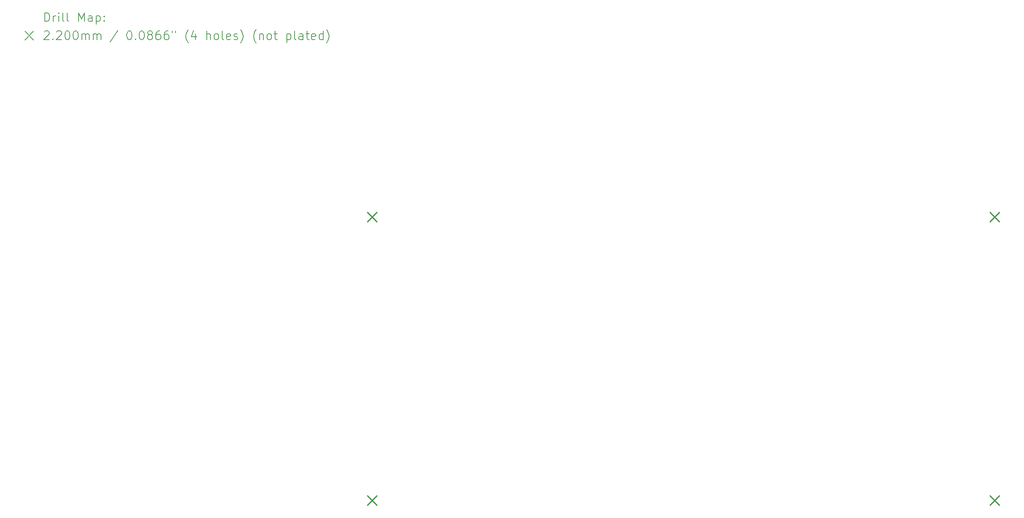
<source format=gbr>
%FSLAX45Y45*%
G04 Gerber Fmt 4.5, Leading zero omitted, Abs format (unit mm)*
G04 Created by KiCad (PCBNEW (6.0.6)) date 2022-07-22 23:01:00*
%MOMM*%
%LPD*%
G01*
G04 APERTURE LIST*
%ADD10C,0.200000*%
%ADD11C,0.220000*%
G04 APERTURE END LIST*
D10*
D11*
X7692138Y-4707000D02*
X7912138Y-4927000D01*
X7912138Y-4707000D02*
X7692138Y-4927000D01*
X7692138Y-11247500D02*
X7912138Y-11467500D01*
X7912138Y-11247500D02*
X7692138Y-11467500D01*
X22043138Y-4707000D02*
X22263138Y-4927000D01*
X22263138Y-4707000D02*
X22043138Y-4927000D01*
X22043138Y-11247500D02*
X22263138Y-11467500D01*
X22263138Y-11247500D02*
X22043138Y-11467500D01*
D10*
X257619Y-310476D02*
X257619Y-110476D01*
X305238Y-110476D01*
X333810Y-120000D01*
X352857Y-139048D01*
X362381Y-158095D01*
X371905Y-196190D01*
X371905Y-224762D01*
X362381Y-262857D01*
X352857Y-281905D01*
X333810Y-300952D01*
X305238Y-310476D01*
X257619Y-310476D01*
X457619Y-310476D02*
X457619Y-177143D01*
X457619Y-215238D02*
X467143Y-196190D01*
X476667Y-186667D01*
X495714Y-177143D01*
X514762Y-177143D01*
X581429Y-310476D02*
X581429Y-177143D01*
X581429Y-110476D02*
X571905Y-120000D01*
X581429Y-129524D01*
X590952Y-120000D01*
X581429Y-110476D01*
X581429Y-129524D01*
X705238Y-310476D02*
X686190Y-300952D01*
X676667Y-281905D01*
X676667Y-110476D01*
X810000Y-310476D02*
X790952Y-300952D01*
X781428Y-281905D01*
X781428Y-110476D01*
X1038571Y-310476D02*
X1038571Y-110476D01*
X1105238Y-253333D01*
X1171905Y-110476D01*
X1171905Y-310476D01*
X1352857Y-310476D02*
X1352857Y-205714D01*
X1343333Y-186667D01*
X1324286Y-177143D01*
X1286190Y-177143D01*
X1267143Y-186667D01*
X1352857Y-300952D02*
X1333810Y-310476D01*
X1286190Y-310476D01*
X1267143Y-300952D01*
X1257619Y-281905D01*
X1257619Y-262857D01*
X1267143Y-243809D01*
X1286190Y-234286D01*
X1333810Y-234286D01*
X1352857Y-224762D01*
X1448095Y-177143D02*
X1448095Y-377143D01*
X1448095Y-186667D02*
X1467143Y-177143D01*
X1505238Y-177143D01*
X1524286Y-186667D01*
X1533809Y-196190D01*
X1543333Y-215238D01*
X1543333Y-272381D01*
X1533809Y-291429D01*
X1524286Y-300952D01*
X1505238Y-310476D01*
X1467143Y-310476D01*
X1448095Y-300952D01*
X1629048Y-291429D02*
X1638571Y-300952D01*
X1629048Y-310476D01*
X1619524Y-300952D01*
X1629048Y-291429D01*
X1629048Y-310476D01*
X1629048Y-186667D02*
X1638571Y-196190D01*
X1629048Y-205714D01*
X1619524Y-196190D01*
X1629048Y-186667D01*
X1629048Y-205714D01*
X-200000Y-540000D02*
X0Y-740000D01*
X0Y-540000D02*
X-200000Y-740000D01*
X248095Y-549524D02*
X257619Y-540000D01*
X276667Y-530476D01*
X324286Y-530476D01*
X343333Y-540000D01*
X352857Y-549524D01*
X362381Y-568571D01*
X362381Y-587619D01*
X352857Y-616190D01*
X238571Y-730476D01*
X362381Y-730476D01*
X448095Y-711428D02*
X457619Y-720952D01*
X448095Y-730476D01*
X438571Y-720952D01*
X448095Y-711428D01*
X448095Y-730476D01*
X533810Y-549524D02*
X543333Y-540000D01*
X562381Y-530476D01*
X610000Y-530476D01*
X629048Y-540000D01*
X638571Y-549524D01*
X648095Y-568571D01*
X648095Y-587619D01*
X638571Y-616190D01*
X524286Y-730476D01*
X648095Y-730476D01*
X771905Y-530476D02*
X790952Y-530476D01*
X810000Y-540000D01*
X819524Y-549524D01*
X829048Y-568571D01*
X838571Y-606667D01*
X838571Y-654286D01*
X829048Y-692381D01*
X819524Y-711428D01*
X810000Y-720952D01*
X790952Y-730476D01*
X771905Y-730476D01*
X752857Y-720952D01*
X743333Y-711428D01*
X733809Y-692381D01*
X724286Y-654286D01*
X724286Y-606667D01*
X733809Y-568571D01*
X743333Y-549524D01*
X752857Y-540000D01*
X771905Y-530476D01*
X962381Y-530476D02*
X981428Y-530476D01*
X1000476Y-540000D01*
X1010000Y-549524D01*
X1019524Y-568571D01*
X1029048Y-606667D01*
X1029048Y-654286D01*
X1019524Y-692381D01*
X1010000Y-711428D01*
X1000476Y-720952D01*
X981428Y-730476D01*
X962381Y-730476D01*
X943333Y-720952D01*
X933809Y-711428D01*
X924286Y-692381D01*
X914762Y-654286D01*
X914762Y-606667D01*
X924286Y-568571D01*
X933809Y-549524D01*
X943333Y-540000D01*
X962381Y-530476D01*
X1114762Y-730476D02*
X1114762Y-597143D01*
X1114762Y-616190D02*
X1124286Y-606667D01*
X1143333Y-597143D01*
X1171905Y-597143D01*
X1190952Y-606667D01*
X1200476Y-625714D01*
X1200476Y-730476D01*
X1200476Y-625714D02*
X1210000Y-606667D01*
X1229048Y-597143D01*
X1257619Y-597143D01*
X1276667Y-606667D01*
X1286190Y-625714D01*
X1286190Y-730476D01*
X1381429Y-730476D02*
X1381429Y-597143D01*
X1381429Y-616190D02*
X1390952Y-606667D01*
X1410000Y-597143D01*
X1438571Y-597143D01*
X1457619Y-606667D01*
X1467143Y-625714D01*
X1467143Y-730476D01*
X1467143Y-625714D02*
X1476667Y-606667D01*
X1495714Y-597143D01*
X1524286Y-597143D01*
X1543333Y-606667D01*
X1552857Y-625714D01*
X1552857Y-730476D01*
X1943333Y-520952D02*
X1771905Y-778095D01*
X2200476Y-530476D02*
X2219524Y-530476D01*
X2238571Y-540000D01*
X2248095Y-549524D01*
X2257619Y-568571D01*
X2267143Y-606667D01*
X2267143Y-654286D01*
X2257619Y-692381D01*
X2248095Y-711428D01*
X2238571Y-720952D01*
X2219524Y-730476D01*
X2200476Y-730476D01*
X2181429Y-720952D01*
X2171905Y-711428D01*
X2162381Y-692381D01*
X2152857Y-654286D01*
X2152857Y-606667D01*
X2162381Y-568571D01*
X2171905Y-549524D01*
X2181429Y-540000D01*
X2200476Y-530476D01*
X2352857Y-711428D02*
X2362381Y-720952D01*
X2352857Y-730476D01*
X2343333Y-720952D01*
X2352857Y-711428D01*
X2352857Y-730476D01*
X2486190Y-530476D02*
X2505238Y-530476D01*
X2524286Y-540000D01*
X2533810Y-549524D01*
X2543333Y-568571D01*
X2552857Y-606667D01*
X2552857Y-654286D01*
X2543333Y-692381D01*
X2533810Y-711428D01*
X2524286Y-720952D01*
X2505238Y-730476D01*
X2486190Y-730476D01*
X2467143Y-720952D01*
X2457619Y-711428D01*
X2448095Y-692381D01*
X2438571Y-654286D01*
X2438571Y-606667D01*
X2448095Y-568571D01*
X2457619Y-549524D01*
X2467143Y-540000D01*
X2486190Y-530476D01*
X2667143Y-616190D02*
X2648095Y-606667D01*
X2638571Y-597143D01*
X2629048Y-578095D01*
X2629048Y-568571D01*
X2638571Y-549524D01*
X2648095Y-540000D01*
X2667143Y-530476D01*
X2705238Y-530476D01*
X2724286Y-540000D01*
X2733810Y-549524D01*
X2743333Y-568571D01*
X2743333Y-578095D01*
X2733810Y-597143D01*
X2724286Y-606667D01*
X2705238Y-616190D01*
X2667143Y-616190D01*
X2648095Y-625714D01*
X2638571Y-635238D01*
X2629048Y-654286D01*
X2629048Y-692381D01*
X2638571Y-711428D01*
X2648095Y-720952D01*
X2667143Y-730476D01*
X2705238Y-730476D01*
X2724286Y-720952D01*
X2733810Y-711428D01*
X2743333Y-692381D01*
X2743333Y-654286D01*
X2733810Y-635238D01*
X2724286Y-625714D01*
X2705238Y-616190D01*
X2914762Y-530476D02*
X2876667Y-530476D01*
X2857619Y-540000D01*
X2848095Y-549524D01*
X2829048Y-578095D01*
X2819524Y-616190D01*
X2819524Y-692381D01*
X2829048Y-711428D01*
X2838571Y-720952D01*
X2857619Y-730476D01*
X2895714Y-730476D01*
X2914762Y-720952D01*
X2924286Y-711428D01*
X2933809Y-692381D01*
X2933809Y-644762D01*
X2924286Y-625714D01*
X2914762Y-616190D01*
X2895714Y-606667D01*
X2857619Y-606667D01*
X2838571Y-616190D01*
X2829048Y-625714D01*
X2819524Y-644762D01*
X3105238Y-530476D02*
X3067143Y-530476D01*
X3048095Y-540000D01*
X3038571Y-549524D01*
X3019524Y-578095D01*
X3010000Y-616190D01*
X3010000Y-692381D01*
X3019524Y-711428D01*
X3029048Y-720952D01*
X3048095Y-730476D01*
X3086190Y-730476D01*
X3105238Y-720952D01*
X3114762Y-711428D01*
X3124286Y-692381D01*
X3124286Y-644762D01*
X3114762Y-625714D01*
X3105238Y-616190D01*
X3086190Y-606667D01*
X3048095Y-606667D01*
X3029048Y-616190D01*
X3019524Y-625714D01*
X3010000Y-644762D01*
X3200476Y-530476D02*
X3200476Y-568571D01*
X3276667Y-530476D02*
X3276667Y-568571D01*
X3571905Y-806667D02*
X3562381Y-797143D01*
X3543333Y-768571D01*
X3533809Y-749524D01*
X3524286Y-720952D01*
X3514762Y-673333D01*
X3514762Y-635238D01*
X3524286Y-587619D01*
X3533809Y-559048D01*
X3543333Y-540000D01*
X3562381Y-511428D01*
X3571905Y-501905D01*
X3733809Y-597143D02*
X3733809Y-730476D01*
X3686190Y-520952D02*
X3638571Y-663810D01*
X3762381Y-663810D01*
X3990952Y-730476D02*
X3990952Y-530476D01*
X4076667Y-730476D02*
X4076667Y-625714D01*
X4067143Y-606667D01*
X4048095Y-597143D01*
X4019524Y-597143D01*
X4000476Y-606667D01*
X3990952Y-616190D01*
X4200476Y-730476D02*
X4181428Y-720952D01*
X4171905Y-711428D01*
X4162381Y-692381D01*
X4162381Y-635238D01*
X4171905Y-616190D01*
X4181428Y-606667D01*
X4200476Y-597143D01*
X4229048Y-597143D01*
X4248095Y-606667D01*
X4257619Y-616190D01*
X4267143Y-635238D01*
X4267143Y-692381D01*
X4257619Y-711428D01*
X4248095Y-720952D01*
X4229048Y-730476D01*
X4200476Y-730476D01*
X4381429Y-730476D02*
X4362381Y-720952D01*
X4352857Y-701905D01*
X4352857Y-530476D01*
X4533810Y-720952D02*
X4514762Y-730476D01*
X4476667Y-730476D01*
X4457619Y-720952D01*
X4448095Y-701905D01*
X4448095Y-625714D01*
X4457619Y-606667D01*
X4476667Y-597143D01*
X4514762Y-597143D01*
X4533810Y-606667D01*
X4543333Y-625714D01*
X4543333Y-644762D01*
X4448095Y-663810D01*
X4619524Y-720952D02*
X4638571Y-730476D01*
X4676667Y-730476D01*
X4695714Y-720952D01*
X4705238Y-701905D01*
X4705238Y-692381D01*
X4695714Y-673333D01*
X4676667Y-663810D01*
X4648095Y-663810D01*
X4629048Y-654286D01*
X4619524Y-635238D01*
X4619524Y-625714D01*
X4629048Y-606667D01*
X4648095Y-597143D01*
X4676667Y-597143D01*
X4695714Y-606667D01*
X4771905Y-806667D02*
X4781429Y-797143D01*
X4800476Y-768571D01*
X4810000Y-749524D01*
X4819524Y-720952D01*
X4829048Y-673333D01*
X4829048Y-635238D01*
X4819524Y-587619D01*
X4810000Y-559048D01*
X4800476Y-540000D01*
X4781429Y-511428D01*
X4771905Y-501905D01*
X5133810Y-806667D02*
X5124286Y-797143D01*
X5105238Y-768571D01*
X5095714Y-749524D01*
X5086190Y-720952D01*
X5076667Y-673333D01*
X5076667Y-635238D01*
X5086190Y-587619D01*
X5095714Y-559048D01*
X5105238Y-540000D01*
X5124286Y-511428D01*
X5133810Y-501905D01*
X5210000Y-597143D02*
X5210000Y-730476D01*
X5210000Y-616190D02*
X5219524Y-606667D01*
X5238571Y-597143D01*
X5267143Y-597143D01*
X5286190Y-606667D01*
X5295714Y-625714D01*
X5295714Y-730476D01*
X5419524Y-730476D02*
X5400476Y-720952D01*
X5390952Y-711428D01*
X5381429Y-692381D01*
X5381429Y-635238D01*
X5390952Y-616190D01*
X5400476Y-606667D01*
X5419524Y-597143D01*
X5448095Y-597143D01*
X5467143Y-606667D01*
X5476667Y-616190D01*
X5486190Y-635238D01*
X5486190Y-692381D01*
X5476667Y-711428D01*
X5467143Y-720952D01*
X5448095Y-730476D01*
X5419524Y-730476D01*
X5543333Y-597143D02*
X5619524Y-597143D01*
X5571905Y-530476D02*
X5571905Y-701905D01*
X5581429Y-720952D01*
X5600476Y-730476D01*
X5619524Y-730476D01*
X5838571Y-597143D02*
X5838571Y-797143D01*
X5838571Y-606667D02*
X5857619Y-597143D01*
X5895714Y-597143D01*
X5914762Y-606667D01*
X5924286Y-616190D01*
X5933809Y-635238D01*
X5933809Y-692381D01*
X5924286Y-711428D01*
X5914762Y-720952D01*
X5895714Y-730476D01*
X5857619Y-730476D01*
X5838571Y-720952D01*
X6048095Y-730476D02*
X6029048Y-720952D01*
X6019524Y-701905D01*
X6019524Y-530476D01*
X6210000Y-730476D02*
X6210000Y-625714D01*
X6200476Y-606667D01*
X6181428Y-597143D01*
X6143333Y-597143D01*
X6124286Y-606667D01*
X6210000Y-720952D02*
X6190952Y-730476D01*
X6143333Y-730476D01*
X6124286Y-720952D01*
X6114762Y-701905D01*
X6114762Y-682857D01*
X6124286Y-663810D01*
X6143333Y-654286D01*
X6190952Y-654286D01*
X6210000Y-644762D01*
X6276667Y-597143D02*
X6352857Y-597143D01*
X6305238Y-530476D02*
X6305238Y-701905D01*
X6314762Y-720952D01*
X6333809Y-730476D01*
X6352857Y-730476D01*
X6495714Y-720952D02*
X6476667Y-730476D01*
X6438571Y-730476D01*
X6419524Y-720952D01*
X6410000Y-701905D01*
X6410000Y-625714D01*
X6419524Y-606667D01*
X6438571Y-597143D01*
X6476667Y-597143D01*
X6495714Y-606667D01*
X6505238Y-625714D01*
X6505238Y-644762D01*
X6410000Y-663810D01*
X6676667Y-730476D02*
X6676667Y-530476D01*
X6676667Y-720952D02*
X6657619Y-730476D01*
X6619524Y-730476D01*
X6600476Y-720952D01*
X6590952Y-711428D01*
X6581428Y-692381D01*
X6581428Y-635238D01*
X6590952Y-616190D01*
X6600476Y-606667D01*
X6619524Y-597143D01*
X6657619Y-597143D01*
X6676667Y-606667D01*
X6752857Y-806667D02*
X6762381Y-797143D01*
X6781428Y-768571D01*
X6790952Y-749524D01*
X6800476Y-720952D01*
X6810000Y-673333D01*
X6810000Y-635238D01*
X6800476Y-587619D01*
X6790952Y-559048D01*
X6781428Y-540000D01*
X6762381Y-511428D01*
X6752857Y-501905D01*
M02*

</source>
